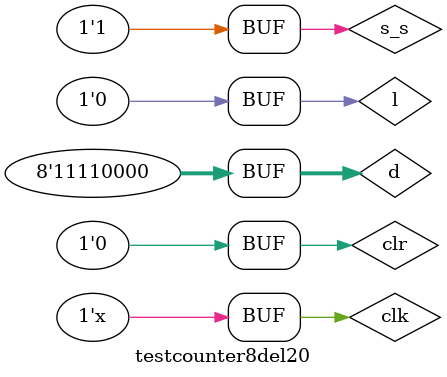
<source format=v>
module testcounter8del20 ();
reg [7:0] d;
wire [7:0] c;
reg s_s, l, clk, clr;

counter8del20 inst9 (clr, clk, l, s_s, c, d);
initial 
  begin
    # 5 clk <= 0; clr <= 0; l <= 0;  s_s <= 0;  d <= 8'hF0;
  end
always # 10 clk <= !clk;
initial 
   begin
     # 100 clr <= 1;
     #  50 clr <= 0; 
   end
initial
  begin
    #  400 s_s <= 1;
    # 3000 s_s <= 0;
  end
initial
  begin
    # 3500 s_s <= 1;
    # 3700 l <= 1;
    #  200 l <= 0;
  end
endmodule

</source>
